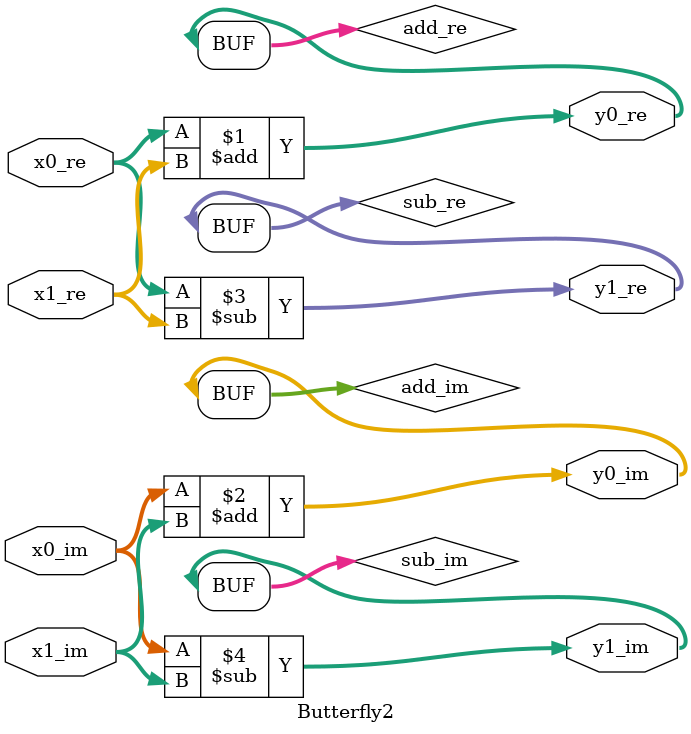
<source format=v>
module Butterfly2 #(
    parameter WIDTH=14
) (
    input   signed  [WIDTH-1:0] x0_re,  //  Input Data #0 (Real)
    input   signed  [WIDTH-1:0] x0_im,  //  Input Data #0 (Imag)
    input   signed  [WIDTH-1:0] x1_re,  //  Input Data #1 (Real)
    input   signed  [WIDTH-1:0] x1_im,  //  Input Data #1 (Imag)
    output  signed  [WIDTH-1:0] y0_re,  //  Output Data #0 (Real)
    output  signed  [WIDTH-1:0] y0_im,  //  Output Data #0 (Imag)
    output  signed  [WIDTH-1:0] y1_re,  //  Output Data #1 (Real)
    output  signed  [WIDTH-1:0] y1_im   //  Output Data #1 (Imag)
);

wire signed [WIDTH-1:0]   add_re, add_im, sub_re, sub_im;


assign  add_re = x0_re + x1_re;
assign  add_im = x0_im + x1_im;
assign  sub_re = x0_re - x1_re;
assign  sub_im = x0_im - x1_im;

// round  #(.WIDTH(WIDTH)) U0(
//     .num_in(add_re),
//     .rounded_out(y0_re)
// );

// round  #(.WIDTH(WIDTH)) U1(
//     .num_in(add_im),
//     .rounded_out(y0_im)
// );
// round  #(.WIDTH(WIDTH)) U2(
//     .num_in(sub_re),
//     .rounded_out(y1_re)
// );
// round  #(.WIDTH(WIDTH)) U3(
//     .num_in(sub_im),
//     .rounded_out(y1_im)
// );
assign  y0_re = add_re;
assign  y0_im = add_im;
assign  y1_re = sub_re;
assign  y1_im = sub_im;

endmodule

</source>
